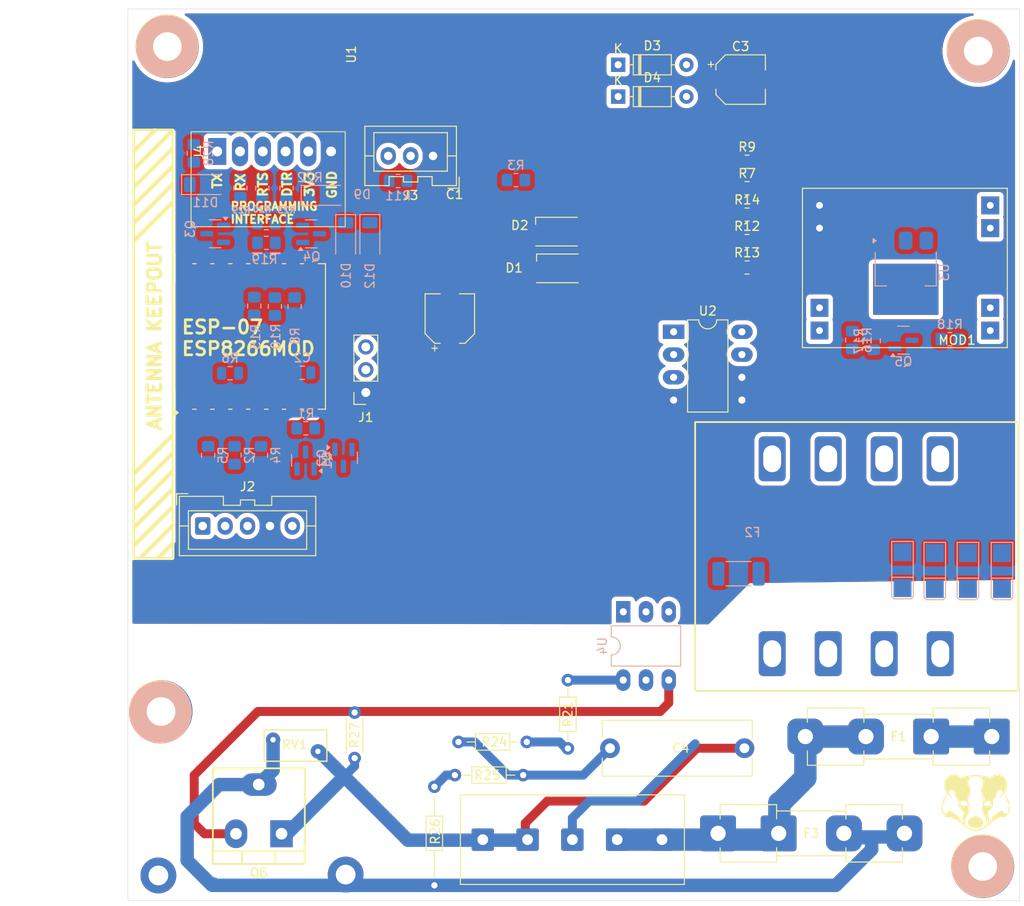
<source format=kicad_pcb>
(kicad_pcb (version 20240108) (generator "pcbnew") (generator_version "8.0")
  (layers (0 "F.Cu" signal) (31 "B.Cu" signal) (34 "B.Paste" user) (35 "F.Paste" user) (36 "B.SilkS" user "B.Silkscreen") (37 "F.SilkS" user "F.Silkscreen") (38 "B.Mask" user) (39 "F.Mask" user) (44 "Edge.Cuts" user))
  (net 0 "")
  (net 1 "GND")
  (net 2 "+5V")
  (net 3 "Net-(D7-A)")
  (net 4 "Net-(D5-K)")
  (net 5 "Net-(C4-Pad1)")
  (net 6 "Net-(J5-Pin_4)")
  (net 7 "Net-(D1-K)")
  (net 8 "Net-(D1-A)")
  (net 9 "Net-(D2-K)")
  (net 10 "Net-(D2-A)")
  (net 11 "Net-(D3-K)")
  (net 12 "Net-(D6-A)")
  (net 13 "Net-(D9-K)")
  (net 14 "Net-(D10-K)")
  (net 15 "Net-(Q6-A2)")
  (net 16 "Net-(J4-Pin_2)")
  (net 17 "Net-(J4-Pin_1)")
  (net 18 "Net-(Q1-B)")
  (net 19 "Net-(Q2-B)")
  (net 20 "Net-(Q3-B)")
  (net 21 "Net-(Q4-B)")
  (net 22 "Net-(Q5-B)")
  (net 23 "Net-(Q5-C)")
  (net 24 "Net-(Q6-G)")
  (net 25 "Net-(U1-EN)")
  (net 26 "Net-(U1-GPIO15)")
  (net 27 "Net-(U2A-+)")
  (net 28 "Net-(U2A--)")
  (net 29 "Net-(R14-Pad2)")
  (net 30 "Net-(R18-Pad1)")
  (net 31 "Net-(R21-Pad1)")
  (net 32 "Net-(R21-Pad2)")
  (net 33 "Net-(R25-Pad1)")
  (net 37 "RST")
  (net 38 "RXD")
  (net 39 "AC_POWER_DRIVE")
  (net 40 "TXD")
  (net 41 "+3V3")
  (net 42 "GPIO0")
  (net 43 "CLK")
  (net 44 "MOSI")
  (net 45 "PUSH_BUTTON_2")
  (net 46 "CS")
  (net 47 "DS18B20")
  (net 48 "PUSH_BUTTON_1")
  (net 49 "DTR")
  (net 50 "RTS")
  (net 51 "AC_SEC_1")
  (net 52 "ZERO_CROSSING_SIGNAL")
  (net 53 "Net-(MOD1-IN+)")
  (net 54 "230V_L")
  (net 55 "Net-(T1-AA)")
  (net 56 "230V_N")
  (footprint "Resistor_SMD:R_0805_2012Metric_Pad1.20x1.40mm_HandSolder" (layer "F.Cu") (at 173.4 52.2)
    (property "Reference" "R9" (at 0 -1.65 0) (layer "F.SilkS"))
    (property "Value" "10k")
    (pad "1" smd roundrect (at -1 0) (size 1.2 1.4) (layers "F.Cu" "F.Paste" "F.Mask") (roundrect_rratio 0.208333) (net 27 "Net-(U2A-+)"))
    (pad "2" smd roundrect (at 1 0) (size 1.2 1.4) (layers "F.Cu" "F.Paste" "F.Mask") (roundrect_rratio 0.208333) (net 11 "Net-(D3-K)"))
  )
  (footprint "Diode_THT:D_DO-35_SOD27_P7.62mm_Horizontal" (layer "F.Cu") (at 159.01 44.93)
    (property "Reference" "D4" (at 3.81 -2.12 0) (layer "F.SilkS"))
    (property "Value" "1N4148")
    (fp_text user "K" (at 0 -1.8 0) (layer "F.SilkS"))
    (pad "1" thru_hole rect (at 0 0) (size 1.6 1.6) (drill 0.8) (layers "*.Cu" "*.Mask") (net 11 "Net-(D3-K)"))
    (pad "2" thru_hole oval (at 7.62 0) (size 1.6 1.6) (drill 0.8) (layers "*.Cu" "*.Mask") (net 51 "AC_SEC_1"))
  )
  (footprint "Varistor:RV_Disc_D7mm_W3.5mm_P5mm" (layer "F.Cu") (at 125.5 118 180)
    (property "Reference" "RV1" (at 2.6 0.75 180) (layer "F.SilkS"))
    (property "Value" "S10K275")
    (pad "1" thru_hole circle (at 0 0 180) (size 1.6 1.6) (drill 0.6) (layers "*.Cu" "*.Mask") (net 6 "Net-(J5-Pin_4)"))
    (pad "2" thru_hole circle (at 5 1.3 180) (size 1.6 1.6) (drill 0.6) (layers "*.Cu" "*.Mask") (net 15 "Net-(Q6-A2)"))
  )
  (footprint "My-Footprints-connectors:Conn-01x06" (layer "F.Cu") (at 114.27 51.05 90)
    (property "Reference" "J4" (at -0.1 -2.02 -90) (layer "F.SilkS"))
    (property "Value" "PROG_INTERFACE")
    (pad "1" thru_hole rect (at 0 0 90) (size 3 2) (drill 1.1) (layers "*.Cu" "*.Mask") (net 17 "Net-(J4-Pin_1)"))
    (pad "2" thru_hole oval (at 0 2.54 90) (size 3.3 1.8) (drill 1.1) (layers "*.Cu" "*.Mask") (net 16 "Net-(J4-Pin_2)"))
    (pad "3" thru_hole oval (at 0 5.08 90) (size 3.3 1.8) (drill 1.1) (layers "*.Cu" "*.Mask") (net 50 "RTS"))
    (pad "4" thru_hole oval (at 0 7.62 90) (size 3.3 1.8) (drill 1.1) (layers "*.Cu" "*.Mask") (net 49 "DTR"))
    (pad "5" thru_hole oval (at 0 10.16 90) (size 3.3 1.8) (drill 1.1) (layers "*.Cu" "*.Mask") (net 41 "+3V3"))
    (pad "6" thru_hole oval (at 0 12.7 90) (size 3.3 1.8) (drill 1.1) (layers "*.Cu" "*.Mask") (net 1 "GND"))
  )
  (footprint "My-Footprints:Fuseholder_Clip-5x20mm_Eaton_1A5601-01_Inline_P20.80x6.76mm_D1.70mm_Horizontal" (layer "F.Cu") (at 190.96 127.15 180)
    (property "Reference" "F3" (at 10.4 0 180) (layer "F.SilkS"))
    (property "Value" "Fuse")
    (pad "1" thru_hole roundrect (at 0 0 180) (size 4 4) (drill 1.7) (layers "*.Cu" "*.Mask") (net 15 "Net-(Q6-A2)"))
    (pad "1" thru_hole roundrect (at 6.76 0 180) (size 4 4) (drill 1.7) (layers "*.Cu" "*.Mask") (net 15 "Net-(Q6-A2)"))
    (pad "2" thru_hole roundrect (at 14.04 0 180) (size 4 4) (drill 1.7) (layers "*.Cu" "*.Mask") (roundrect_rratio 0.09259259259) (net 54 "230V_L"))
    (pad "2" thru_hole roundrect (at 20.8 0 180) (size 4 4) (drill 1.7) (layers "*.Cu" "*.Mask") (roundrect_rratio 0.09259259259) (net 54 "230V_L"))
  )
  (footprint "Connector_JST:JST_XA_B03B-XASK-1_1x03_P2.50mm_Vertical" (layer "F.Cu") (at 138.35 51.55 180)
    (property "Reference" "J3" (at 2.5 -4.4 180) (layer "F.SilkS"))
    (property "Value" "DS18B20")
    (pad "1" thru_hole roundrect (at 0 0 180) (size 1.7 1.95) (drill 0.95) (layers "*.Cu" "*.Mask") (roundrect_rratio 0.147059) (net 1 "GND"))
    (pad "2" thru_hole oval (at 2.5 0 180) (size 1.7 1.95) (drill 0.95) (layers "*.Cu" "*.Mask") (net 47 "DS18B20"))
    (pad "3" thru_hole oval (at 5 0 180) (size 1.7 1.95) (drill 0.95) (layers "*.Cu" "*.Mask") (net 41 "+3V3"))
  )
  (footprint "Resistor_SMD:R_0805_2012Metric_Pad1.20x1.40mm_HandSolder" (layer "F.Cu") (at 173.4 64)
    (property "Reference" "R13" (at 0 -1.65 0) (layer "F.SilkS"))
    (property "Value" "1k")
    (pad "1" smd roundrect (at -1 0) (size 1.2 1.4) (layers "F.Cu" "F.Paste" "F.Mask") (roundrect_rratio 0.208333) (net 28 "Net-(U2A--)"))
    (pad "2" smd roundrect (at 1 0) (size 1.2 1.4) (layers "F.Cu" "F.Paste" "F.Mask") (roundrect_rratio 0.208333) (net 1 "GND"))
  )
  (footprint "Capacitor_SMD:CP_Elec_5x5.7" (layer "F.Cu") (at 172.68 43.03)
    (property "Reference" "C3" (at 0 -3.7 0) (layer "F.SilkS"))
    (property "Value" "470u/16V")
    (pad "1" smd roundrect (at -2.2 0) (size 3 1.6) (layers "F.Cu" "F.Paste" "F.Mask") (roundrect_rratio 0.15625) (net 4 "Net-(D5-K)"))
    (pad "2" smd roundrect (at 2.2 0) (size 3 1.6) (layers "F.Cu" "F.Paste" "F.Mask") (roundrect_rratio 0.15625) (net 3 "Net-(D7-A)"))
  )
  (footprint "RF_Module:ESP-07" (layer "F.Cu") (at 115.625 71.7 90)
    (property "Reference" "U1" (at 31.475 13.6075 -90) (layer "F.SilkS"))
    (property "Value" "ESP-07")
    (pad "1" smd rect (at -7.6 -4.9 90) (size 2.5 1) (layers "F.Cu" "F.Paste" "F.Mask") (net 37 "RST"))
    (pad "2" smd rect (at -7.6 -2.9 90) (size 2.5 1) (layers "F.Cu" "F.Paste" "F.Mask") (net 45 "PUSH_BUTTON_2"))
    (pad "3" smd rect (at -7.6 -0.9 90) (size 2.5 1) (layers "F.Cu" "F.Paste" "F.Mask") (net 25 "Net-(U1-EN)"))
    (pad "4" smd rect (at -7.6 1.1 90) (size 2.5 1) (layers "F.Cu" "F.Paste" "F.Mask") (net 46 "CS"))
    (pad "5" smd rect (at -7.6 3.1 90) (size 2.5 1) (layers "F.Cu" "F.Paste" "F.Mask") (net 43 "CLK"))
    (pad "6" smd rect (at -7.6 5.1 90) (size 2.5 1) (layers "F.Cu" "F.Paste" "F.Mask") (net 52 "ZERO_CROSSING_SIGNAL"))
    (pad "7" smd rect (at -7.6 7.1 90) (size 2.5 1) (layers "F.Cu" "F.Paste" "F.Mask") (net 44 "MOSI"))
    (pad "8" smd rect (at -7.6 9.1 90) (size 2.5 1) (layers "F.Cu" "F.Paste" "F.Mask") (net 41 "+3V3"))
    (pad "9" smd rect (at 7.6 9.1 90) (size 2.5 1) (layers "F.Cu" "F.Paste" "F.Mask") (net 1 "GND"))
    (pad "10" smd rect (at 7.6 7.1 90) (size 2.5 1) (layers "F.Cu" "F.Paste" "F.Mask") (net 26 "Net-(U1-GPIO15)"))
    (pad "11" smd rect (at 7.6 5.1 90) (size 2.5 1) (layers "F.Cu" "F.Paste" "F.Mask") (net 48 "PUSH_BUTTON_1"))
    (pad "12" smd rect (at 7.6 3.1 90) (size 2.5 1) (layers "F.Cu" "F.Paste" "F.Mask") (net 42 "GPIO0"))
    (pad "13" smd rect (at 7.6 1.1 90) (size 2.5 1) (layers "F.Cu" "F.Paste" "F.Mask") (net 39 "AC_POWER_DRIVE"))
    (pad "14" smd rect (at 7.6 -0.9 90) (size 2.5 1) (layers "F.Cu" "F.Paste" "F.Mask") (net 47 "DS18B20"))
    (pad "15" smd rect (at 7.6 -2.9 90) (size 2.5 1) (layers "F.Cu" "F.Paste" "F.Mask") (net 38 "RXD"))
    (pad "16" smd rect (at 7.6 -4.9 90) (size 2.5 1) (layers "F.Cu" "F.Paste" "F.Mask") (net 40 "TXD"))
    (zone (net 0) (net_name "") (layers "*.Cu") (connect_pads (clearance 0)) (min_thickness 0.254)
      (keepout (tracks not_allowed) (vias not_allowed) (pads not_allowed) (copperpour not_allowed) (footprints not_allowed))
      (fill (thermal_gap 0.508) (thermal_bridge_width 0.508))
      (polygon (pts (xy 109.625 94.7) (xy 109.625 48.7) (xy 90.025 48.7) (xy 90.025 94.7)))
    )
  )
  (footprint "Connector_JST:JST_XA_B05B-XASK-1_1x05_P2.50mm_Vertical" (layer "F.Cu") (at 112.65 92.85)
    (property "Reference" "J2" (at 5 -4.4 0) (layer "F.SilkS"))
    (property "Value" "DISPLAY")
    (pad "1" thru_hole roundrect (at 0 0) (size 1.7 1.95) (drill 0.95) (layers "*.Cu" "*.Mask") (roundrect_rratio 0.147059) (net 46 "CS"))
    (pad "2" thru_hole oval (at 2.5 0) (size 1.7 1.95) (drill 0.95) (layers "*.Cu" "*.Mask") (net 43 "CLK"))
    (pad "3" thru_hole oval (at 5 0) (size 1.7 1.95) (drill 0.95) (layers "*.Cu" "*.Mask") (net 44 "MOSI"))
    (pad "4" thru_hole oval (at 7.5 0) (size 1.7 1.95) (drill 0.95) (layers "*.Cu" "*.Mask") (net 1 "GND"))
    (pad "5" thru_hole oval (at 10 0) (size 1.7 1.95) (drill 0.95) (layers "*.Cu" "*.Mask") (net 2 "+5V"))
  )
  (footprint "Capacitor_THT:C_Rect_L16.5mm_W6.0mm_P15.00mm_MKT" (layer "F.Cu") (at 158.1 117.65)
    (property "Reference" "C4" (at 7.9 0 0) (layer "F.SilkS"))
    (property "Value" "22n/250V AC")
    (pad "1" thru_hole circle (at 0 0) (size 2.2 2.2) (drill 1.1) (layers "*.Cu" "*.Mask") (net 5 "Net-(C4-Pad1)"))
    (pad "2" thru_hole circle (at 15 0) (size 2.2 2.2) (drill 1.1) (layers "*.Cu" "*.Mask") (net 6 "Net-(J5-Pin_4)"))
  )
  (footprint "Connector_PinSocket_2.54mm:PinSocket_1x03_P2.54mm_Vertical" (layer "F.Cu") (at 130.85 77.95 180)
    (property "Reference" "J1" (at 0 -2.77 180) (layer "F.SilkS"))
    (property "Value" "PUSH_BUTTON")
    (pad "1" thru_hole rect (at 0 0 180) (size 1.7 1.7) (drill 1) (layers "*.Cu" "*.Mask") (net 1 "GND"))
    (pad "2" thru_hole oval (at 0 2.54 180) (size 1.7 1.7) (drill 1) (layers "*.Cu" "*.Mask") (net 45 "PUSH_BUTTON_2"))
    (pad "3" thru_hole oval (at 0 5.08 180) (size 1.7 1.7) (drill 1) (layers "*.Cu" "*.Mask") (net 48 "PUSH_BUTTON_1"))
  )
  (footprint "Resistor_THT:R_Axial_DIN0204_L3.6mm_D1.6mm_P7.62mm_Horizontal" (layer "F.Cu") (at 138.5 130.95 90)
    (property "Reference" "R26" (at 4 0.1 90) (layer "F.SilkS"))
    (property "Value" "200R")
    (pad "1" thru_hole circle (at -2 0 90) (size 1.4 1.4) (drill 0.7) (layers "*.Cu" "*.Mask") (net 15 "Net-(Q6-A2)"))
    (pad "2" thru_hole oval (at 9 0 90) (size 1.4 1.4) (drill 0.7) (layers "*.Cu" "*.Mask") (net 33 "Net-(R25-Pad1)"))
  )
  (footprint "Resistor_THT:R_Axial_DIN0204_L3.6mm_D1.6mm_P7.62mm_Horizontal" (layer "F.Cu") (at 141.19 116.95)
    (property "Reference" "R24" (at 4.01 0 0) (layer "F.SilkS"))
    (property "Value" "200R")
    (pad "1" thru_hole circle (at 0 0) (size 1.4 1.4) (drill 0.7) (layers "*.Cu" "*.Mask") (net 5 "Net-(C4-Pad1)"))
    (pad "2" thru_hole oval (at 7.62 0) (size 1.4 1.4) (drill 0.7) (layers "*.Cu" "*.Mask") (net 31 "Net-(R21-Pad1)"))
  )
  (footprint "My-Footprints:Transformer TS2-14" (layer "F.Cu") (at 203.6 111.25 180)
    (property "Reference" "T1" (hide yes))
    (property "Value" "Transformer_1P_1S")
    (pad "1" thru_hole roundrect (at 8.65 4.15 180) (size 3 5) (drill oval 2 3) (layers "*.Cu" "*.Mask") (roundrect_rratio 0.1640419948) (net 55 "Net-(T1-AA)"))
    (pad "2" thru_hole roundrect (at 14.9 4.15 180) (size 3 5) (drill oval 2 3) (layers "*.Cu" "*.Mask") (roundrect_rratio 0.1640419948) (net 56 "230V_N"))
    (pad "3" thru_hole roundrect (at 21.15 4.15 180) (size 3 5) (drill oval 2 3) (layers "*.Cu" "*.Mask") (roundrect_rratio 0.1640419948) (net 51 "AC_SEC_1"))
    (pad "4" thru_hole roundrect (at 27.4 4.15 180) (size 3 5) (drill oval 2 3) (layers "*.Cu" "*.Mask") (roundrect_rratio 0.1640419948) (net 51 "AC_SEC_1"))
    (pad "5" thru_hole roundrect (at 8.65 25.9 180) (size 3 5) (drill oval 2 3) (layers "*.Cu" "*.Mask") (roundrect_rratio 0.1640419948))
    (pad "6" thru_hole roundrect (at 14.9 25.9 180) (size 3 5) (drill oval 2 3) (layers "*.Cu" "*.Mask") (roundrect_rratio 0.1640419948))
    (pad "7" thru_hole roundrect (at 21.15 25.9 180) (size 3 5) (drill oval 2 3) (layers "*.Cu" "*.Mask") (roundrect_rratio 0.1640419948))
    (pad "8" thru_hole roundrect (at 27.4 25.9 180) (size 3 5) (drill oval 2 3) (layers "*.Cu" "*.Mask") (roundrect_rratio 0.1640419948))
  )
  (footprint "LED_SMD:LED_PLCC-2_3.4x3.0mm_KA" (layer "F.Cu") (at 152.2 60)
    (property "Reference" "D2" (at -4.175 -0.7 180) (layer "F.SilkS"))
    (property "Value" "LED")
    (pad "1" smd rect (at -1.5 0) (size 1.5 2.6) (layers "F.Cu" "F.Paste" "F.Mask") (net 9 "Net-(D2-K)"))
    (pad "2" smd rect (at 1.5 0) (size 1.5 2.6) (layers "F.Cu" "F.Paste" "F.Mask") (net 10 "Net-(D2-A)"))
  )
  (footprint "My-Footprints-connectors:Screw-Terminal-5.00mm-5pin" (layer "F.Cu") (at 163.9 127.85 180)
    (property "Reference" "J5" (hide yes))
    (property "Value" "Screw_Terminal_01x05")
    (pad "1" thru_hole roundrect (at 0 0 270) (size 2.5 2.5) (drill 1.2) (layers "*.Cu" "*.Mask") (roundrect_rratio 0.125) (net 54 "230V_L"))
    (pad "2" thru_hole roundrect (at 5 0 270) (size 2.5 2.5) (drill 1.2) (layers "*.Cu" "*.Mask") (roundrect_rratio 0.1) (net 54 "230V_L"))
    (pad "3" thru_hole roundrect (at 10 0 270) (size 2.5 2.5) (drill 1.2) (layers "*.Cu" "*.Mask") (roundrect_rratio 0.1) (net 56 "230V_N"))
    (pad "4" thru_hole roundrect (at 15 0 270) (size 2.5 2.5) (drill 1.2) (layers "*.Cu" "*.Mask") (roundrect_rratio 0.1) (net 6 "Net-(J5-Pin_4)"))
    (pad "5" thru_hole roundrect (at 20 0 270) (size 2.5 2.5) (drill 1.2) (layers "*.Cu" "*.Mask") (roundrect_rratio 0.1) (net 6 "Net-(J5-Pin_4)"))
  )
  (footprint "Resistor_THT:R_Axial_DIN0204_L3.6mm_D1.6mm_P5.08mm_Horizontal" (layer "F.Cu") (at 129.6 113.67 -90)
    (property "Reference" "R27" (at 2.54 0 90) (layer "F.SilkS"))
    (property "Value" "390R")
    (pad "1" thru_hole circle (at 0 0 270) (size 1.4 1.4) (drill 0.7) (layers "*.Cu" "*.Mask") (net 24 "Net-(Q6-G)"))
    (pad "2" thru_hole oval (at 5.08 0 270) (size 1.4 1.4) (drill 0.7) (layers "*.Cu" "*.Mask") (net 6 "Net-(J5-Pin_4)"))
  )
  (footprint "Resistor_SMD:R_0805_2012Metric_Pad1.20x1.40mm_HandSolder" (layer "F.Cu") (at 173.4 58.1)
    (property "Reference" "R14" (at 0 -1.65 0) (layer "F.SilkS"))
    (property "Value" "10k")
    (pad "1" smd roundrect (at -1 0) (size 1.2 1.4) (layers "F.Cu" "F.Paste" "F.Mask") (roundrect_rratio 0.208333) (net 52 "ZERO_CROSSING_SIGNAL"))
    (pad "2" smd roundrect (at 1 0) (size 1.2 1.4) (layers "F.Cu" "F.Paste" "F.Mask") (roundrect_rratio 0.208333) (net 29 "Net-(R14-Pad2)"))
  )
  (footprint "Capacitor_SMD:CP_Elec_5x5.7" (layer "F.Cu") (at 140.225 69.7 90)
    (property "Reference" "C1" (at 13.85 0.525 0) (layer "F.SilkS"))
    (property "Value" "470u/6,3V")
    (pad "1" smd roundrect (at -2.2 0 90) (size 3 1.6) (layers "F.Cu" "F.Paste" "F.Mask") (roundrect_rratio 0.15625) (net 41 "+3V3"))
    (pad "2" smd roundrect (at 2.2 0 90) (size 3 1.6) (layers "F.Cu" "F.Paste" "F.Mask") (roundrect_rratio 0.15625) (net 1 "GND"))
  )
  (footprint "Resistor_SMD:R_0805_2012Metric_Pad1.20x1.40mm_HandSolder" (layer "F.Cu") (at 173.4 55.15)
    (property "Reference" "R7" (at 0 -1.65 0) (layer "F.SilkS"))
    (property "Value" "10k")
    (pad "1" smd roundrect (at -1 0) (size 1.2 1.4) (layers "F.Cu" "F.Paste" "F.Mask") (roundrect_rratio 0.208333) (net 11 "Net-(D3-K)"))
    (pad "2" smd roundrect (at 1 0) (size 1.2 1.4) (layers "F.Cu" "F.Paste" "F.Mask") (roundrect_rratio 0.208333) (net 1 "GND"))
  )
  (footprint "graphic:honeybadger2" (layer "F.Cu") (at 198.9 123.75)
    (property "Reference" "G***" (hide yes))
    (property "Value" "LOGO" (hide yes))
  )
  (footprint "My-Footprints-converters-modules:MP1504_Mini_3A_Step_Down_Conv" (layer "F.Cu") (at 202.435 72.945 180)
    (property "Reference" "MOD1" (at 5.605 0.845 0) (layer "F.SilkS"))
    (property "Value" "LM2596-Step-Down")
    (pad "1" thru_hole rect (at 1.905 13.335 180) (size 2 2) (drill 0.762) (layers "*.Cu" "*.Mask") (net 3 "Net-(D7-A)"))
    (pad "1" thru_hole rect (at 1.905 15.875 180) (size 2 2) (drill 0.762) (layers "*.Cu" "*.Mask") (net 3 "Net-(D7-A)"))
    (pad "2" thru_hole rect (at 1.905 1.905 180) (size 2 2) (drill 0.762) (layers "*.Cu" "*.Mask") (net 53 "Net-(MOD1-IN+)"))
    (pad "2" thru_hole rect (at 1.905 4.445 180) (size 2 2) (drill 0.762) (layers "*.Cu" "*.Mask") (net 53 "Net-(MOD1-IN+)"))
    (pad "3" thru_hole rect (at 20.955 13.335 180) (size 2 2) (drill 0.762) (layers "*.Cu" "*.Mask") (net 1 "GND"))
    (pad "3" thru_hole rect (at 20.955 15.875 180) (size 2 2) (drill 0.762) (layers "*.Cu" "*.Mask") (net 1 "GND"))
    (pad "4" thru_hole rect (at 20.955 1.905 180) (size 2 2) (drill 0.762) (layers "*.Cu" "*.Mask") (net 2 "+5V"))
    (pad "4" thru_hole rect (at 20.955 4.445 180) (size 2 2) (drill 0.762) (layers "*.Cu" "*.Mask") (net 2 "+5V"))
  )
  (footprint "Package_DIP:DIP-8_W7.62mm_LongPads" (layer "F.Cu") (at 165.2 71.18)
    (property "Reference" "U2" (at 3.81 -2.33 0) (layer "F.SilkS"))
    (property "Value" "LM393")
    (pad "1" thru_hole rect (at 0 0) (size 2.4 1.6) (drill 0.8) (layers "*.Cu" "*.Mask") (net 29 "Net-(R14-Pad2)"))
    (pad "2" thru_hole oval (at 0 2.54) (size 2.4 1.6) (drill 0.8) (layers "*.Cu" "*.Mask") (net 28 "Net-(U2A--)"))
    (pad "3" thru_hole oval (at 0 5.08) (size 2.4 1.6) (drill 0.8) (layers "*.Cu" "*.Mask") (net 27 "Net-(U2A-+)"))
    (pad "4" thru_hole oval (at 0 7.62) (size 2.4 1.6) (drill 0.8) (layers "*.Cu" "*.Mask") (net 1 "GND"))
    (pad "5" thru_hole oval (at 7.62 7.62) (size 2.4 1.6) (drill 0.8) (layers "*.Cu" "*.Mask") (net 1 "GND"))
    (pad "6" thru_hole oval (at 7.62 5.08) (size 2.4 1.6) (drill 0.8) (layers "*.Cu" "*.Mask") (net 1 "GND"))
    (pad "7" thru_hole oval (at 7.62 2.54) (size 2.4 1.6) (drill 0.8) (layers "*.Cu" "*.Mask"))
    (pad "8" thru_hole oval (at 7.62 0) (size 2.4 1.6) (drill 0.8) (layers "*.Cu" "*.Mask") (net 41 "+3V3"))
  )
  (footprint "LED_SMD:LED_PLCC-2_3.4x3.0mm_KA" (layer "F.Cu") (at 152.3 64.1)
    (property "Reference" "D1" (at -4.9 -0.05 180) (layer "F.SilkS"))
    (property "Value" "LED")
    (pad "1" smd rect (at -1.5 0) (size 1.5 2.6) (layers "F.Cu" "F.Paste" "F.Mask") (net 7 "Net-(D1-K)"))
    (pad "2" smd rect (at 1.5 0) (size 1.5 2.6) (layers "F.Cu" "F.Paste" "F.Mask") (net 8 "Net-(D1-A)"))
  )
  (footprint "Resistor_SMD:R_0805_2012Metric_Pad1.20x1.40mm_HandSolder" (layer "F.Cu") (at 173.4 61.05)
    (property "Reference" "R12" (at 0 -1.65 0) (layer "F.SilkS"))
    (property "Value" "33k")
    (pad "1" smd roundrect (at -1 0) (size 1.2 1.4) (layers "F.Cu" "F.Paste" "F.Mask") (roundrect_rratio 0.208333) (net 41 "+3V3"))
    (pad "2" smd roundrect (at 1 0) (size 1.2 1.4) (layers "F.Cu" "F.Paste" "F.Mask") (roundrect_rratio 0.208333) (net 28 "Net-(U2A--)"))
  )
  (footprint "Diode_THT:D_DO-35_SOD27_P7.62mm_Horizontal" (layer "F.Cu") (at 159.01 41.38)
    (property "Reference" "D3" (at 3.81 -2.12 0) (layer "F.SilkS"))
    (property "Value" "1N4148")
    (fp_text user "K" (at 0 -1.8 0) (layer "F.SilkS"))
    (pad "1" thru_hole rect (at 0 0) (size 1.6 1.6) (drill 0.8) (layers "*.Cu" "*.Mask") (net 11 "Net-(D3-K)"))
    (pad "2" thru_hole oval (at 7.62 0) (size 1.6 1.6) (drill 0.8) (layers "*.Cu" "*.Mask") (net 51 "AC_SEC_1"))
  )
  (footprint "Resistor_THT:R_Axial_DIN0204_L3.6mm_D1.6mm_P7.62mm_Horizontal" (layer "F.Cu") (at 153.4 117.67 90)
    (property "Reference" "R21" (at 3.81 0 -90) (layer "F.SilkS"))
    (property "Value" "200R")
    (pad "1" thru_hole circle (at 0 0 90) (size 1.4 1.4) (drill 0.7) (layers "*.Cu" "*.Mask") (net 31 "Net-(R21-Pad1)"))
    (pad "2" thru_hole oval (at 7.62 0 90) (size 1.4 1.4) (drill 0.7) (layers "*.Cu" "*.Mask") (net 32 "Net-(R21-Pad2)"))
  )
  (footprint "Resistor_THT:R_Axial_DIN0204_L3.6mm_D1.6mm_P7.62mm_Horizontal" (layer "F.Cu") (at 140.79 120.65)
    (property "Reference" "R25" (at 3.62 0 0) (layer "F.SilkS"))
    (property "Value" "200R")
    (pad "1" thru_hole circle (at 0 0) (size 1.4 1.4) (drill 0.7) (layers "*.Cu" "*.Mask") (net 33 "Net-(R25-Pad1)"))
    (pad "2" thru_hole oval (at 7.62 0) (size 1.4 1.4) (drill 0.7) (layers "*.Cu" "*.Mask") (net 5 "Net-(C4-Pad1)"))
  )
  (footprint "My-Footprints:TO-220-3_V_Wide_Legs" (layer "F.Cu") (at 121.44 127.293466 180)
    (property "Reference" "Q6" (at 2.54 -4.27 180) (layer "F.SilkS"))
    (property "Value" "BT139-600")
    (pad "1" thru_hole rect (at 0 0.1 180) (size 2.5 3) (drill 1.3) (layers "*.Cu" "*.Mask") (net 6 "Net-(J5-Pin_4)"))
    (pad "2" thru_hole oval (at 2.54 5.588 180) (size 4 2.5) (drill 1.3) (layers "*.Cu" "*.Mask") (net 15 "Net-(Q6-A2)"))
    (pad "3" thru_hole oval (at 5.08 0.1 180) (size 2.5 3.2) (drill 1.3) (layers "*.Cu" "*.Mask") (net 24 "Net-(Q6-G)"))
  )
  (footprint "My-Footprints:Fuseholder_Clip-5x20mm_Eaton_1A5601-01_Inline_P20.80x6.76mm_D1.70mm_Horizontal" (layer "F.Cu") (at 179.9 116.35)
    (property "Reference" "F1" (at 10.4 0 0) (layer "F.SilkS"))
    (property "Value" "Fuse")
    (pad "1" thru_hole roundrect (at 0 0) (size 4 4) (drill 1.7) (layers "*.Cu" "*.Mask") (net 54 "230V_L"))
    (pad "1" thru_hole roundrect (at 6.76 0) (size 4 4) (drill 1.7) (layers "*.Cu" "*.Mask") (net 54 "230V_L"))
    (pad "2" thru_hole roundrect (at 14.04 0) (size 4 4) (drill 1.7) (layers "*.Cu" "*.Mask") (roundrect_rratio 0.09259259259) (net 55 "Net-(T1-AA)"))
    (pad "2" thru_hole roundrect (at 20.8 0) (size 4 4) (drill 1.7) (layers "*.Cu" "*.Mask") (roundrect_rratio 0.09259259259) (net 55 "Net-(T1-AA)"))
  )
  (footprint "My-Footprints-orw-els:DO-213AB_1-mediana" (layer "B.Cu") (at 201.8425 97.875 90)
    (property "Reference" "D7" (hide yes))
    (property "Value" "1N4007" (hide yes))
    (pad "1" smd rect (at 2 0 90) (size 2 2) (layers "B.Cu" "B.Paste" "B.Mask") (net 12 "Net-(D6-A)"))
    (pad "2" smd rect (at -2 0 90) (size 2 2) (layers "B.Cu" "B.Paste" "B.Mask") (net 3 "Net-(D7-A)"))
  )
  (footprint "Resistor_SMD:R_0805_2012Metric_Pad1.20x1.40mm_HandSolder" (layer "B.Cu") (at 119.75 59.05)
    (property "Reference" "R19" (at -0.2 4.05 0) (layer "B.SilkS") (effects (justify mirror)))
    (property "Value" "10k")
    (pad "1" smd roundrect (at -1 0) (size 1.2 1.4) (layers "B.Cu" "B.Paste" "B.Mask") (roundrect_rratio 0.208333) (net 20 "Net-(Q3-B)"))
    (pad "2" smd roundrect (at 1 0) (size 1.2 1.4) (layers "B.Cu" "B.Paste" "B.Mask") (roundrect_rratio 0.208333) (net 13 "Net-(D9-K)"))
  )
  (footprint "Resistor_SMD:R_0805_2012Metric_Pad1.20x1.40mm_HandSolder" (layer "B.Cu") (at 113.25 84.95 90)
    (property "Reference" "R5" (at 0 1.65 -90) (layer "B.SilkS") (effects (justify mirror)))
    (property "Value" "220R")
    (pad "1" smd roundrect (at -1 0 90) (size 1.2 1.4) (layers "B.Cu" "B.Paste" "B.Mask") (roundrect_rratio 0.208333) (net 1 "GND"))
    (pad "2" smd roundrect (at 1 0 90) (size 1.2 1.4) (layers "B.Cu" "B.Paste" "B.Mask") (roundrect_rratio 0.208333) (net 9 "Net-(D2-K)"))
  )
  (footprint "My-Footprints-orw-els:DO-213AB_1-mediana" (layer "B.Cu") (at 194.3425 97.875 90)
    (property "Reference" "D5" (hide yes))
    (property "Value" "1N4007" (hide yes))
    (pad "1" smd rect (at 2 0 90) (size 2 2) (layers "B.Cu" "B.Paste" "B.Mask") (net 4 "Net-(D5-K)"))
    (pad "2" smd rect (at -2 0 90) (size 2 2) (layers "B.Cu" "B.Paste" "B.Mask") (net 51 "AC_SEC_1"))
  )
  (footprint "Resistor_SMD:R_0805_2012Metric_Pad1.20x1.40mm_HandSolder" (layer "B.Cu") (at 119.75 61.25 180)
    (property "Reference" "R20" (at 0.5 3.75 180) (layer "B.SilkS") (effects (font (size 0.7 0.7)) (justify mirror)))
    (property "Value" "10k")
    (pad "1" smd roundrect (at -1 0 180) (size 1.2 1.4) (layers "B.Cu" "B.Paste" "B.Mask") (roundrect_rratio 0.208333) (net 21 "Net-(Q4-B)"))
    (pad "2" smd roundrect (at 1 0 180) (size 1.2 1.4) (layers "B.Cu" "B.Paste" "B.Mask") (roundrect_rratio 0.208333) (net 14 "Net-(D10-K)"))
  )
  (footprint "My-Footprints-orw-els:DO-213AB_1-mediana" (layer "B.Cu") (at 198.0425 97.875 90)
    (property "Reference" "D8" (hide yes))
    (property "Value" "1N4007" (hide yes))
    (pad "1" smd rect (at 2 0 90) (size 2 2) (layers "B.Cu" "B.Paste" "B.Mask") (net 51 "AC_SEC_1"))
    (pad "2" smd rect (at -2 0 90) (size 2 2) (layers "B.Cu" "B.Paste" "B.Mask") (net 3 "Net-(D7-A)"))
  )
  (footprint "Resistor_SMD:R_0805_2012Metric_Pad1.20x1.40mm_HandSolder" (layer "B.Cu") (at 147.6 54.25 180)
    (property "Reference" "R3" (at 0 1.65 180) (layer "B.SilkS") (effects (justify mirror)))
    (property "Value" "10k")
    (pad "1" smd roundrect (at -1 0 180) (size 1.2 1.4) (layers "B.Cu" "B.Paste" "B.Mask") (roundrect_rratio 0.208333) (net 45 "PUSH_BUTTON_2"))
    (pad "2" smd roundrect (at 1 0 180) (size 1.2 1.4) (layers "B.Cu" "B.Paste" "B.Mask") (roundrect_rratio 0.208333) (net 41 "+3V3"))
  )
  (footprint "Fuse:Fuse_2010_5025Metric" (layer "B.Cu") (at 172.4425 98.175 180)
    (property "Reference" "F2" (at -1.55 4.61 180) (layer "B.SilkS") (effects (justify mirror)))
    (property "Value" "300mA")
    (pad "1" smd roundrect (at -2.25 0 180) (size 1.35 2.65) (layers "B.Cu" "B.Paste" "B.Mask") (roundrect_rratio 0.185185) (net 4 "Net-(D5-K)"))
    (pad "2" smd roundrect (at 2.25 0 180) (size 1.35 2.65) (layers "B.Cu" "B.Paste" "B.Mask") (roundrect_rratio 0.185185) (net 53 "Net-(MOD1-IN+)"))
  )
  (footprint "Diode_SMD:D_MiniMELF" (layer "B.Cu") (at 128.6 60.75 -90)
    (property "Reference" "D10" (at 4.15 -0.05 90) (layer "B.SilkS") (effects (justify mirror)))
    (property "Value" "3V3")
    (pad "1" smd roundrect (at -1.75 0 270) (size 1.3 1.7) (layers "B.Cu" "B.Paste" "B.Mask") (roundrect_rratio 0.1923076923) (net 14 "Net-(D10-K)"))
    (pad "2" smd roundrect (at 1.75 0 270) (size 1.3 1.7) (layers "B.Cu" "B.Paste" "B.Mask") (roundrect_rratio 0.1923076923) (net 1 "GND"))
  )
  (footprint "Package_TO_SOT_SMD:SOT-23" (layer "B.Cu") (at 128.35 85.25 -90)
    (property "Reference" "Q2" (at 0 2.4 90) (layer "B.SilkS") (effects (justify mirror)))
    (property "Value" "BC807")
    (pad "1" smd roundrect (at -0.9375 0.95 270) (size 1.475 0.6) (layers "B.Cu" "B.Paste" "B.Mask") (net 19 "Net-(Q2-B)"))
    (pad "2" smd roundrect (at -0.9375 -0.95 270) (size 1.475 0.6) (layers "B.Cu" "B.Paste" "B.Mask") (net 41 "+3V3"))
    (pad "3" smd roundrect (at 0.9375 0 270) (size 1.475 0.6) (layers "B.Cu" "B.Paste" "B.Mask") (net 10 "Net-(D2-A)"))
  )
  (footprint "Capacitor_SMD:C_0805_2012Metric" (layer "B.Cu") (at 123.75 75.75 180)
    (property "Reference" "C2" (at 0 1.68 180) (layer "B.SilkS") (effects (justify mirror)))
    (property "Value" "100n")
    (pad "1" smd roundrect (at -0.95 0 180) (size 1 1.45) (layers "B.Cu" "B.Paste" "B.Mask") (net 41 "+3V3"))
    (pad "2" smd roundrect (at 0.95 0 180) (size 1 1.45) (layers "B.Cu" "B.Paste" "B.Mask") (net 1 "GND"))
  )
  (footprint "My-Footprints-orw-els:DO-213AB_1-mediana" (layer "B.Cu") (at 190.7425 97.775 90)
    (property "Reference" "D6" (hide yes))
    (property "Value" "1N4007" (hide yes))
    (pad "1" smd rect (at 2 0 90) (size 2 2) (layers "B.Cu" "B.Paste" "B.Mask") (net 4 "Net-(D5-K)"))
    (pad "2" smd rect (at -2 0 90) (size 2 2) (layers "B.Cu" "B.Paste" "B.Mask") (net 12 "Net-(D6-A)"))
  )
  (footprint "Resistor_SMD:R_0805_2012Metric_Pad1.20x1.40mm_HandSolder" (layer "B.Cu") (at 118.4 68.3 90)
    (property "Reference" "R15" (at -3.45 0.15 -90) (layer "B.SilkS") (effects (justify mirror)))
    (property "Value" "10k")
    (pad "1" smd roundrect (at -1 0 90) (size 1.2 1.4) (layers "B.Cu" "B.Paste" "B.Mask") (roundrect_rratio 0.208333) (net 41 "+3V3"))
    (pad "2" smd roundrect (at 1 0 90) (size 1.2 1.4) (layers "B.Cu" "B.Paste" "B.Mask") (roundrect_rratio 0.208333) (net 42 "GPIO0"))
  )
  (footprint "Resistor_SMD:R_0805_2012Metric_Pad1.20x1.40mm_HandSolder" (layer "B.Cu") (at 185.13 72.1 90)
    (property "Reference" "R16" (at 0 1.65 -90) (layer "B.SilkS") (effects (justify mirror)))
    (property "Value" "10k")
    (pad "1" smd roundrect (at -1 0 90) (size 1.2 1.4) (layers "B.Cu" "B.Paste" "B.Mask") (roundrect_rratio 0.208333) (net 39 "AC_POWER_DRIVE"))
    (pad "2" smd roundrect (at 1 0 90) (size 1.2 1.4) (layers "B.Cu" "B.Paste" "B.Mask") (roundrect_rratio 0.208333) (net 22 "Net-(Q5-B)"))
  )
  (footprint "Resistor_SMD:R_0805_2012Metric_Pad1.20x1.40mm_HandSolder" (layer "B.Cu") (at 187.53 72.2 -90)
    (property "Reference" "R17" (at 0 1.65 90) (layer "B.SilkS") (effects (justify mirror)))
    (property "Value" "47k")
    (pad "1" smd roundrect (at -1 0 270) (size 1.2 1.4) (layers "B.Cu" "B.Paste" "B.Mask") (roundrect_rratio 0.208333) (net 1 "GND"))
    (pad "2" smd roundrect (at 1 0 270) (size 1.2 1.4) (layers "B.Cu" "B.Paste" "B.Mask") (roundrect_rratio 0.208333) (net 22 "Net-(Q5-B)"))
  )
  (footprint "Package_TO_SOT_SMD:SOT-23" (layer "B.Cu") (at 124.125 85.5375 90)
    (property "Reference" "Q1" (at 0 2.4 -90) (layer "B.SilkS") (effects (justify mirror)))
    (property "Value" "BC807")
    (pad "1" smd roundrect (at -0.9375 0.95 90) (size 1.475 0.6) (layers "B.Cu" "B.Paste" "B.Mask") (net 18 "Net-(Q1-B)"))
    (pad "2" smd roundrect (at -0.9375 -0.95 90) (size 1.475 0.6) (layers "B.Cu" "B.Paste" "B.Mask") (net 41 "+3V3"))
    (pad "3" smd roundrect (at 0.9375 0 90) (size 1.475 0.6) (layers "B.Cu" "B.Paste" "B.Mask") (net 8 "Net-(D1-A)"))
  )
  (footprint "Package_TO_SOT_SMD:SOT-223-3_TabPin2" (layer "B.Cu") (at 191.1 64.15 -90)
    (property "Reference" "U3" (at 0.387499 -4.312501 90) (layer "B.SilkS") (effects (justify mirror)))
    (property "Value" "AMS1117-3.3")
    (pad "1" smd roundrect (at -3.15 2.3 270) (size 2 1.5) (layers "B.Cu" "B.Paste" "B.Mask") (net 1 "GND"))
    (pad "2" smd roundrect (at -3.15 0 270) (size 2 1.5) (layers "B.Cu" "B.Paste" "B.Mask") (net 41 "+3V3"))
    (pad "2" smd roundrect (at 3.15 0 270) (size 2 3.8) (layers "B.Cu" "B.Paste" "B.Mask") (net 41 "+3V3"))
    (pad "3" smd roundrect (at -3.15 -2.3 270) (size 2 1.5) (layers "B.Cu" "B.Paste" "B.Mask") (net 2 "+5V"))
  )
  (footprint "Resistor_SMD:R_0805_2012Metric_Pad1.20x1.40mm_HandSolder" (layer "B.Cu") (at 116.2 84.95 90)
    (property "Reference" "R2" (at 0 1.65 -90) (layer "B.SilkS") (effects (justify mirror)))
    (property "Value" "10K")
    (pad "1" smd roundrect (at -1 0 90) (size 1.2 1.4) (layers "B.Cu" "B.Paste" "B.Mask") (roundrect_rratio 0.208333) (net 19 "Net-(Q2-B)"))
    (pad "2" smd roundrect (at 1 0 90) (size 1.2 1.4) (layers "B.Cu" "B.Paste" "B.Mask") (roundrect_rratio 0.208333) (net 38 "RXD"))
  )
  (footprint "Resistor_SMD:R_0805_2012Metric_Pad1.20x1.40mm_HandSolder" (layer "B.Cu") (at 124.15 81.95 180)
    (property "Reference" "R1" (at 0 1.65 180) (layer "B.SilkS") (effects (justify mirror)))
    (property "Value" "10K")
    (pad "1" smd roundrect (at -1 0 180) (size 1.2 1.4) (layers "B.Cu" "B.Paste" "B.Mask") (roundrect_rratio 0.208333) (net 18 "Net-(Q1-B)"))
    (pad "2" smd roundrect (at 1 0 180) (size 1.2 1.4) (layers "B.Cu" "B.Paste" "B.Mask") (roundrect_rratio 0.208333) (net 40 "TXD"))
  )
  (footprint "Package_DIP:DIP-6_W7.62mm_LongPads" (layer "B.Cu") (at 159.575 102.425 -90)
    (property "Reference" "U4" (at 3.81 2.33 90) (layer "B.SilkS") (effects (justify mirror)))
    (property "Value" "MOC3033M")
    (pad "1" thru_hole rect (at 0 0 270) (size 2.4 1.6) (drill 0.8) (layers "*.Cu" "*.Mask") (net 41 "+3V3"))
    (pad "2" thru_hole oval (at 0 -2.54 270) (size 2.4 1.6) (drill 0.8) (layers "*.Cu" "*.Mask") (net 30 "Net-(R18-Pad1)"))
    (pad "3" thru_hole oval (at 0 -5.08 270) (size 2.4 1.6) (drill 0.8) (layers "*.Cu" "*.Mask"))
    (pad "4" thru_hole oval (at 7.62 -5.08 270) (size 2.4 1.6) (drill 0.8) (layers "*.Cu" "*.Mask") (net 24 "Net-(Q6-G)"))
    (pad "5" thru_hole oval (at 7.62 -2.54 270) (size 2.4 1.6) (drill 0.8) (layers "*.Cu" "*.Mask"))
    (pad "6" thru_hole oval (at 7.62 0 270) (size 2.4 1.6) (drill 0.8) (layers "*.Cu" "*.Mask") (net 32 "Net-(R21-Pad2)"))
  )
  (footprint "Package_TO_SOT_SMD:SOT-23" (layer "B.Cu") (at 190.8425 72.1125)
    (property "Reference" "Q5" (at 0 2.4 0) (layer "B.SilkS") (effects (justify mirror)))
    (property "Value" "BC817")
    (pad "1" smd roundrect (at -0.9375 0.95) (size 1.475 0.6) (layers "B.Cu" "B.Paste" "B.Mask") (net 22 "Net-(Q5-B)"))
    (pad "2" smd roundrect (at -0.9375 -0.95) (size 1.475 0.6) (layers "B.Cu" "B.Paste" "B.Mask") (net 1 "GND"))
    (pad "3" smd roundrect (at 0.9375 0) (size 1.475 0.6) (layers "B.Cu" "B.Paste" "B.Mask") (net 23 "Net-(Q5-C)"))
  )
  (footprint "Package_TO_SOT_SMD:SOT-23" (layer "B.Cu") (at 114.0375 60.2375 180)
    (property "Reference" "Q3" (at 2.7875 0.5375 -90) (layer "B.SilkS") (effects (justify mirror)))
    (property "Value" "BC817")
    (pad "1" smd roundrect (at -0.9375 0.95 180) (size 1.475 0.6) (layers "B.Cu" "B.Paste" "B.Mask") (net 20 "Net-(Q3-B)"))
    (pad "2" smd roundrect (at -0.9375 -0.95 180) (size 1.475 0.6) (layers "B.Cu" "B.Paste" "B.Mask") (net 14 "Net-(D10-K)"))
    (pad "3" smd roundrect (at 0.9375 0 180) (size 1.475 0.6) (layers "B.Cu" "B.Paste" "B.Mask") (net 37 "RST"))
  )
  (footprint "Resistor_SMD:R_0805_2012Metric_Pad1.20x1.40mm_HandSolder" (layer "B.Cu") (at 111.65 51.25 90)
    (property "Reference" "R28" (at 0 1.65 -90) (layer "B.SilkS") (effects (justify mirror)))
    (property "Value" "1k")
    (pad "1" smd roundrect (at -1 0 90) (size 1.2 1.4) (layers "B.Cu" "B.Paste" "B.Mask") (roundrect_rratio 0.208333) (net 40 "TXD"))
    (pad "2" smd roundrect (at 1 0 90) (size 1.2 1.4) (layers "B.Cu" "B.Paste" "B.Mask") (roundrect_rratio 0.208333) (net 17 "Net-(J4-Pin_1)"))
  )
  (footprint "Resistor_SMD:R_0805_2012Metric_Pad1.20x1.40mm_HandSolder" (layer "B.Cu") (at 122 55.15 90)
    (property "Reference" "R22" (at 1.2 2.6 0) (layer "B.SilkS") (effects (justify mirror)))
    (property "Value" "560R")
    (pad "1" smd roundrect (at -1 0 90) (size 1.2 1.4) (layers "B.Cu" "B.Paste" "B.Mask") (roundrect_rratio 0.208333) (net 13 "Net-(D9-K)"))
    (pad "2" smd roundrect (at 1 0 90) (size 1.2 1.4) (layers "B.Cu" "B.Paste" "B.Mask") (roundrect_rratio 0.208333) (net 49 "DTR"))
  )
  (footprint "Resistor_SMD:R_0805_2012Metric_Pad1.20x1.40mm_HandSolder" (layer "B.Cu") (at 119.3 55.15 90)
    (property "Reference" "R23" (at -2.45 2.7 0) (layer "B.SilkS") (effects (font (size 0.7 0.7)) (justify mirror)))
    (property "Value" "560R")
    (pad "1" smd roundrect (at -1 0 90) (size 1.2 1.4) (layers "B.Cu" "B.Paste" "B.Mask") (roundrect_rratio 0.208333) (net 14 "Net-(D10-K)"))
    (pad "2" smd roundrect (at 1 0 90) (size 1.2 1.4) (layers "B.Cu" "B.Paste" "B.Mask") (roundrect_rratio 0.208333) (net 50 "RTS"))
  )
  (footprint "Diode_SMD:D_MiniMELF" (layer "B.Cu") (at 131.3 60.75 -90)
    (property "Reference" "D12" (at 4.2 0 90) (layer "B.SilkS") (effects (justify mirror)))
    (property "Value" "3V3")
    (pad "1" smd roundrect (at -1.75 0 270) (size 1.3 1.7) (layers "B.Cu" "B.Paste" "B.Mask") (roundrect_rratio 0.1923076923) (net 38 "RXD"))
    (pad "2" smd roundrect (at 1.75 0 270) (size 1.3 1.7) (layers "B.Cu" "B.Paste" "B.Mask") (roundrect_rratio 0.1923076923) (net 1 "GND"))
  )
  (footprint "Resistor_SMD:R_0805_2012Metric_Pad1.20x1.40mm_HandSolder" (layer "B.Cu") (at 134.45 54.35)
    (property "Reference" "R11" (at 0 1.65 0) (layer "B.SilkS") (effects (justify mirror)))
    (property "Value" "10k")
    (pad "1" smd roundrect (at -1 0) (size 1.2 1.4) (layers "B.Cu" "B.Paste" "B.Mask") (roundrect_rratio 0.208333) (net 41 "+3V3"))
    (pad "2" smd roundrect (at 1 0) (size 1.2 1.4) (layers "B.Cu" "B.Paste" "B.Mask") (roundrect_rratio 0.208333) (net 47 "DS18B20"))
  )
  (footprint "Package_TO_SOT_SMD:SOT-23" (layer "B.Cu") (at 124.75 60.25)
    (property "Reference" "Q4" (at 0.05 2.55 0) (layer "B.SilkS") (effects (justify mirror)))
    (property "Value" "BC817")
    (pad "1" smd roundrect (at -0.9375 0.95) (size 1.475 0.6) (layers "B.Cu" "B.Paste" "B.Mask") (net 21 "Net-(Q4-B)"))
    (pad "2" smd roundrect (at -0.9375 -0.95) (size 1.475 0.6) (layers "B.Cu" "B.Paste" "B.Mask") (net 13 "Net-(D9-K)"))
    (pad "3" smd roundrect (at 0.9375 0) (size 1.475 0.6) (layers "B.Cu" "B.Paste" "B.Mask") (net 42 "GPIO0"))
  )
  (footprint "Diode_SMD:D_MiniMELF" (layer "B.Cu") (at 126.3 55.95)
    (property "Reference" "D9" (at 4.15 -0.1 0) (layer "B.SilkS") (effects (justify mirror)))
    (property "Value" "3V3")
    (pad "1" smd roundrect (at -1.75 0) (size 1.3 1.7) (layers "B.Cu" "B.Paste" "B.Mask") (roundrect_rratio 0.1923076923) (net 13 "Net-(D9-K)"))
    (pad "2" smd roundrect (at 1.75 0) (size 1.3 1.7) (layers "B.Cu" "B.Paste" "B.Mask") (roundrect_rratio 0.1923076923) (net 1 "GND"))
  )
  (footprint "Resistor_SMD:R_0805_2012Metric_Pad1.20x1.40mm_HandSolder" (layer "B.Cu") (at 119.15 84.95 90)
    (property "Reference" "R4" (at 0 1.65 -90) (layer "B.SilkS") (effects (justify mirror)))
    (property "Value" "220R")
    (pad "1" smd roundrect (at -1 0 90) (size 1.2 1.4) (layers "B.Cu" "B.Paste" "B.Mask") (roundrect_rratio 0.208333) (net 1 "GND"))
    (pad "2" smd roundrect (at 1 0 90) (size 1.2 1.4) (layers "B.Cu" "B.Paste" "B.Mask") (roundrect_rratio 0.208333) (net 7 "Net-(D1-K)"))
  )
  (footprint "Resistor_SMD:R_0805_2012Metric_Pad1.20x1.40mm_HandSolder" (layer "B.Cu") (at 196.03 72 180)
    (property "Reference" "R18" (at 0 1.65 180) (layer "B.SilkS") (effects (justify mirror)))
    (property "Value" "47R")
    (pad "1" smd roundrect (at -1 0 180) (size 1.2 1.4) (layers "B.Cu" "B.Paste" "B.Mask") (roundrect_rratio 0.208333) (net 30 "Net-(R18-Pad1)"))
    (pad "2" smd roundrect (at 1 0 180) (size 1.2 1.4) (layers "B.Cu" "B.Paste" "B.Mask") (roundrect_rratio 0.208333) (net 23 "Net-(Q5-C)"))
  )
  (footprint "Capacitor_SMD:C_0805_2012Metric" (layer "B.Cu") (at 115.7 75.8 180)
    (property "Reference" "R6" (at 0 1.68 180) (layer "B.SilkS") (effects (justify mirror)))
    (property "Value" "10k")
    (pad "1" smd roundrect (at -0.95 0 180) (size 1 1.45) (layers "B.Cu" "B.Paste" "B.Mask") (net 41 "+3V3"))
    (pad "2" smd roundrect (at 0.95 0 180) (size 1 1.45) (layers "B.Cu" "B.Paste" "B.Mask") (net 25 "Net-(U1-EN)"))
  )
  (footprint "Diode_SMD:D_MiniMELF" (layer "B.Cu") (at 112.95 54.75)
    (property "Reference" "D11" (at 0 2 0) (layer "B.SilkS") (effects (justify mirror)))
    (property "Value" "3V3")
    (pad "1" smd roundrect (at -1.75 0) (size 1.3 1.7) (layers "B.Cu" "B.Paste" "B.Mask") (roundrect_rratio 0.1923076923) (net 40 "TXD"))
    (pad "2" smd roundrect (at 1.75 0) (size 1.3 1.7) (layers "B.Cu" "B.Paste" "B.Mask") (roundrect_rratio 0.1923076923) (net 1 "GND"))
  )
  (footprint "Resistor_SMD:R_0805_2012Metric_Pad1.20x1.40mm_HandSolder" (layer "B.Cu") (at 120.7 68.35 -90)
    (property "Reference" "R10" (at 3.35 -0.1 90) (layer "B.SilkS") (effects (justify mirror)))
    (property "Value" "10k")
    (pad "1" smd roundrect (at -1 0 270) (size 1.2 1.4) (layers "B.Cu" "B.Paste" "B.Mask") (roundrect_rratio 0.208333) (net 48 "PUSH_BUTTON_1"))
    (pad "2" smd roundrect (at 1 0 270) (size 1.2 1.4) (layers "B.Cu" "B.Paste" "B.Mask") (roundrect_rratio 0.208333) (net 41 "+3V3"))
  )
  (footprint "Resistor_SMD:R_0805_2012Metric_Pad1.20x1.40mm_HandSolder" (layer "B.Cu") (at 116.85 55.15 90)
    (property "Reference" "R29" (at -2.45 0.1 0) (layer "B.SilkS") (effects (font (size 0.7 0.7)) (justify mirror)))
    (property "Value" "1k")
    (pad "1" smd roundrect (at -1 0 90) (size 1.2 1.4) (layers "B.Cu" "B.Paste" "B.Mask") (roundrect_rratio 0.208333) (net 38 "RXD"))
    (pad "2" smd roundrect (at 1 0 90) (size 1.2 1.4) (layers "B.Cu" "B.Paste" "B.Mask") (roundrect_rratio 0.208333) (net 16 "Net-(J4-Pin_2)"))
  )
  (footprint "Resistor_SMD:R_0805_2012Metric_Pad1.20x1.40mm_HandSolder" (layer "B.Cu") (at 122.9 68.35 -90)
    (property "Reference" "R8" (at 3.3 -0.05 90) (layer "B.SilkS") (effects (justify mirror)))
    (property "Value" "10k")
    (pad "1" smd roundrect (at -1 0 270) (size 1.2 1.4) (layers "B.Cu" "B.Paste" "B.Mask") (roundrect_rratio 0.208333) (net 26 "Net-(U1-GPIO15)"))
    (pad "2" smd roundrect (at 1 0 270) (size 1.2 1.4) (layers "B.Cu" "B.Paste" "B.Mask") (roundrect_rratio 0.208333) (net 1 "GND"))
  )
  (gr_rect (start 187.5625 63.6875) (end 194.6625 69.1875) (stroke (width 0.2)) (fill solid) (layer "F.Cu") (net 41))
  (gr_rect (start 187.5625 63.6875) (end 194.6625 69.1875) (stroke (width 0.2)) (fill solid) (layer "B.Cu") (net 41))
  (gr_circle (center 107.92 113.63) (end 111.37 113.63) (stroke (width 0.1)) (fill solid) (layer "B.SilkS"))
  (gr_circle (center 199.67 130.83) (end 203.12 130.83) (stroke (width 0.1)) (fill solid) (layer "B.SilkS"))
  (gr_circle (center 199.17 39.83) (end 202.62 39.83) (stroke (width 0.1)) (fill solid) (layer "B.SilkS"))
  (gr_circle (center 108.67 39.33) (end 112.12 39.33) (stroke (width 0.1)) (fill solid) (layer "B.SilkS"))
  (gr_line (start 109.212563 52.787437) (end 105.07 56.93) (stroke (width 0.5)) (layer "F.SilkS"))
  (gr_line (start 109.212563 84.787437) (end 105.07 88.93) (stroke (width 0.5)) (layer "F.SilkS"))
  (gr_line (start 109.30077 92.79923) (end 105.797693 96.302307) (stroke (width 0.5)) (layer "F.SilkS"))
  (gr_line (start 109.262308 94.837692) (end 107.75 96.35) (stroke (width 0.5)) (layer "F.SilkS"))
  (gr_rect (start 104.95 48.65) (end 109.35 96.45) (stroke (width 0.3)) (fill none) (layer "F.SilkS"))
  (gr_line (start 109.212563 56.787437) (end 105.07 60.93) (stroke (width 0.5)) (layer "F.SilkS"))
  (gr_line (start 109.212563 50.787437) (end 105.07 54.93) (stroke (width 0.5)) (layer "F.SilkS"))
  (gr_line (start 109.212563 54.787437) (end 105.07 58.93) (stroke (width 0.5)) (layer "F.SilkS"))
  (gr_circle (center 107.9 113.55) (end 111.35 113.55) (stroke (width 0.1)) (fill solid) (layer "F.SilkS"))
  (gr_circle (center 199.15 39.75) (end 202.6 39.75) (stroke (width 0.1)) (fill solid) (layer "F.SilkS"))
  (gr_circle (center 108.65 39.25) (end 112.1 39.25) (stroke (width 0.1)) (fill solid) (layer "F.SilkS"))
  (gr_line (start 107.285384 48.714616) (end 105.059872 50.940128) (stroke (width 0.5)) (layer "F.SilkS"))
  (gr_line (start 109.212563 86.787437) (end 105.07 90.93) (stroke (width 0.5)) (layer "F.SilkS"))
  (gr_line (start 109.212563 90.787437) (end 105.054615 94.945385) (stroke (width 0.5)) (layer "F.SilkS"))
  (gr_circle (center 199.65 130.75) (end 203.1 130.75) (stroke (width 0.1)) (fill solid) (layer "F.SilkS"))
  (gr_line (start 109.212563 82.787437) (end 105.07 86.93) (stroke (width 0.5)) (layer "F.SilkS"))
  (gr_line (start 109.212563 88.787437) (end 105.07 92.93) (stroke (width 0.5)) (layer "F.SilkS"))
  (gr_rect (start 111.35 48.85) (end 128.55 59.45) (stroke (width 0.1)) (fill none) (layer "F.SilkS"))
  (gr_line (start 109.212563 48.787437) (end 105.07 52.93) (stroke (width 0.5)) (layer "F.SilkS"))
  (gr_rect (start 104.3 35.15) (end 203.8 134.65) (stroke (width 0.05)) (fill none) (layer "Edge.Cuts"))
  (gr_text "ANTENNA KEEPOUT" (at 108.15 82.35 90) (layer "F.SilkS") (effects (font (size 1.5 1.5) (thickness 0.375) (bold yes)) (justify left bottom)))
  (gr_text "RTS" (at 119.95 56.25 90) (layer "F.SilkS") (effects (font (size 1 1) (thickness 0.25) (bold yes)) (justify left bottom)))
  (gr_text "GND" (at 127.65 56.45 90) (layer "F.SilkS") (effects (font (size 1 1) (thickness 0.25) (bold yes)) (justify left bottom)))
  (gr_text "DTR" (at 122.65 56.25 90) (layer "F.SilkS") (effects (font (size 1 1) (thickness 0.25) (bold yes)) (justify left bottom)))
  (gr_text "RX" (at 117.45 55.65 90) (layer "F.SilkS") (effects (font (size 1 1) (thickness 0.25) (bold yes)) (justify left bottom)))
  (gr_text "ESP-07\nESP8266MOD" (at 110.15 73.95 0) (layer "F.SilkS") (effects (font (size 1.5 1.5) (thickness 0.3) (bold yes)) (justify left bottom)))
  (gr_text "TX" (at 114.85 55.35 90) (layer "F.SilkS") (effects (font (size 1 1) (thickness 0.25) (bold yes)) (justify left bottom)))
  (gr_text "PROGRAMMING\nINTERFACE" (at 115.65 59.15 0) (layer "F.SilkS") (effects (font (size 0.9 0.9) (thickness 0.225) (bold yes)) (justify left bottom)))
  (gr_text "3V3\n" (at 125.15 56.25 90) (layer "F.SilkS") (effects (font (size 1 1) (thickness 0.25) (bold yes)) (justify left bottom)))
  (via (at 107.7 131.85) (size 4) (drill 2.2) (layers "F.Cu" "B.Cu") (net 0))
  (via (at 108.7 39.35) (size 7) (drill 3.2) (layers "F.Cu" "B.Cu") (net 0))
  (via (at 108 113.55) (size 7) (drill 3.2) (layers "F.Cu" "B.Cu") (net 0))
  (via (at 199.2 39.85) (size 7) (drill 3.2) (layers "F.Cu" "B.Cu") (net 0))
  (via (at 199.7 130.85) (size 7) (drill 3.2) (layers "F.Cu" "B.Cu") (net 0))
  (segment (start 143 116.95) (end 146.7 120.65) (width 1) (layer "B.Cu") (net 5))
  (segment (start 141.19 116.95) (end 143 116.95) (width 1) (layer "B.Cu") (net 5))
  (segment (start 155.1 120.65) (end 158.1 117.65) (width 1) (layer "B.Cu") (net 5))
  (segment (start 148.92 120.65) (end 155.1 120.65) (width 1) (layer "B.Cu") (net 5))
  (segment (start 146.7 120.65) (end 148.92 120.65) (width 1) (layer "B.Cu") (net 5))
  (segment (start 148.65 126) (end 148.65 127.85) (width 1) (layer "F.Cu") (net 6))
  (segment (start 161.9 123.55) (end 151.1 123.55) (width 1) (layer "F.Cu") (net 6))
  (segment (start 173.1 117.65) (end 167.8 117.65) (width 1) (layer "F.Cu") (net 6))
  (segment (start 151.1 123.55) (end 148.65 126) (width 1) (layer "F.Cu") (net 6))
  (segment (start 167.8 117.65) (end 161.9 123.55) (width 1) (layer "F.Cu") (net 6))
  (segment (start 128.443267 120.806733) (end 129.6 119.65) (width 1) (layer "B.Cu") (net 6))
  (segment (start 128.443267 120.806733) (end 122.056534 127.193466) (width 1.5) (layer "B.Cu") (net 6))
  (segment (start 148.34 127.91) (end 148.4 127.85) (width 1.5) (layer "B.Cu") (net 6))
  (segment (start 122.056534 127.193466) (end 121.44 127.193466) (width 1.5) (layer "B.Cu") (net 6))
  (segment (start 125.636534 118) (end 125.5 118) (width 1.5) (layer "B.Cu") (net 6))
  (segment (start 128.443267 120.806733) (end 125.636534 118) (width 1.5) (layer "B.Cu") (net 6))
  (segment (start 128.443267 120.806733) (end 135.546534 127.91) (width 1.5) (layer "B.Cu") (net 6))
  (segment (start 135.546534 127.91) (end 148.34 127.91) (width 1.5) (layer "B.Cu") (net 6))
  (segment (start 129.6 119.65) (end 129.6 118.75) (width 1) (layer "B.Cu") (net 6))
  (via (at 128.6 131.75) (size 4) (drill 2.2) (layers "F.Cu" "B.Cu") (net 15))
  (segment (start 184.3 127.65) (end 187.3 127.65) (width 1.5) (layer "B.Cu") (net 15))
  (segment (start 183.3 132.95) (end 138.5 132.95) (width 1.5) (layer "B.Cu") (net 15))
  (segment (start 184.2 127.55) (end 190.96 127.55) (width 1.5) (layer "B.Cu") (net 15))
  (segment (start 187.3 127.65) (end 187.3 128.95) (width 1.5) (layer "B.Cu") (net 15))
  (segment (start 120.5 116.7) (end 120.5 120.105466) (width 1.5) (layer "B.Cu") (net 15))
  (segment (start 113.988359 132.95) (end 113.837446 132.799087) (width 1.5) (layer "B.Cu") (net 15))
  (segment (start 138.5 132.95) (end 113.988359 132.95) (width 1.5) (layer "B.Cu") (net 15))
  (segment (start 187.3 128.95) (end 183.3 132.95) (width 1.5) (layer "B.Cu") (net 15))
  (segment (start 110.91 130.173466) (end 112.71 131.973466) (width 1.5) (layer "B.Cu") (net 15))
  (segment (start 120.5 120.105466) (end 118.9 121.705466) (width 1.5) (layer "B.Cu") (net 15))
  (segment (start 112.71 131.973466) (end 113.686534 132.95) (width 1.5) (layer "B.Cu") (net 15))
  (segment (start 110.91 125.273466) (end 110.91 130.173466) (width 1.5) (layer "B.Cu") (net 15))
  (segment (start 184.2 127.55) (end 184.3 127.65) (width 1.5) (layer "B.Cu") (net 15))
  (segment (start 118.9 121.705466) (end 114.478 121.705466) (width 1.5) (layer "B.Cu") (net 15))
  (segment (start 118.9 121.705466) (end 117.620932 121.705466) (width 1.5) (layer "B.Cu") (net 15))
  (segment (start 114.478 121.705466) (end 110.91 125.273466) (width 1.5) (layer "B.Cu") (net 15))
  (segment (start 112.843466 127.193466) (end 116.19 127.193466) (width 1) (layer "F.Cu") (net 24))
  (segment (start 118.8 113.55) (end 111.7 120.65) (width 1) (layer "F.Cu") (net 24))
  (segment (start 163.7 113.55) (end 164.655 112.595) (width 1) (layer "F.Cu") (net 24))
  (segment (start 164.655 110.045) (end 164.655 112.595) (width 1) (layer "F.Cu") (net 24))
  (segment (start 163.7 113.55) (end 118.8 113.55) (width 1) (layer "F.Cu") (net 24))
  (segment (start 111.7 126.05) (end 112.843466 127.193466) (width 1) (layer "F.Cu") (net 24))
  (segment (start 111.7 120.65) (end 111.7 126.05) (width 1) (layer "F.Cu") (net 24))
  (segment (start 148.81 116.95) (end 152.48 116.95) (width 1) (layer "B.Cu") (net 31))
  (segment (start 152.48 116.95) (end 153.39 117.86) (width 1) (layer "B.Cu") (net 31))
  (segment (start 153.585 110.045) (end 153.39 110.24) (width 1) (layer "B.Cu") (net 32))
  (segment (start 159.575 110.045) (end 153.585 110.045) (width 1) (layer "B.Cu") (net 32))
  (segment (start 139.8 120.65) (end 138.5 121.95) (width 1) (layer "B.Cu") (net 33))
  (segment (start 140.79 120.65) (end 139.8 120.65) (width 1) (layer "B.Cu") (net 33))
  (segment (start 179.9 116.35) (end 186.66 116.35) (width 2.5) (layer "B.Cu") (net 54))
  (segment (start 176.22 127.85) (end 176.92 127.15) (width 2.5) (layer "B.Cu") (net 54))
  (segment (start 179.9 120.95) (end 179.9 116.35) (width 2.5) (layer "B.Cu") (net 54))
  (segment (start 177 127.07) (end 177 123.75) (width 2.5) (layer "B.Cu") (net 54))
  (segment (start 177 123.75) (end 177.1 123.75) (width 2.5) (layer "B.Cu") (net 54))
  (segment (start 176.92 127.15) (end 177 127.07) (width 2.5) (layer "B.Cu") (net 54))
  (segment (start 177.1 123.75) (end 179.9 120.95) (width 2.5) (layer "B.Cu") (net 54))
  (segment (start 158.9 127.85) (end 176.22 127.85) (width 2.5) (layer "B.Cu") (net 54))
  (segment (start 193.94 116.35) (end 200.7 116.35) (width 2.5) (layer "B.Cu") (net 55))
  (segment (start 153.9 125.425379) (end 155.78769 123.537689) (width 1) (layer "B.Cu") (net 56))
  (segment (start 155.78769 123.537689) (end 161.212311 123.537689) (width 1) (layer "B.Cu") (net 56))
  (segment (start 161.212311 123.537689) (end 167.6 117.15) (width 1) (layer "B.Cu") (net 56))
  (segment (start 153.9 127.85) (end 153.9 125.425379) (width 1) (layer "B.Cu") (net 56))
  (zone (net 1) (net_name "GND") (layers "F&B.Cu") (connect_pads yes (clearance 0.5)) (min_thickness 0.25) (fill yes (thermal_gap 0.5) (thermal_bridge_width 0.5))
    (polygon (pts (xy 103.3 135.15) (xy 204.3 135.15) (xy 204.3 34.15) (xy 103.3 34.15)))
  )
  (zone (net 0) (net_name "") (layers "F&B.Cu") (connect_pads (clearance 0)) (min_thickness 0.25)
    (keepout (tracks not_allowed) (vias not_allowed) (pads not_allowed) (copperpour not_allowed) (footprints allowed))
    (fill (thermal_gap 0.5) (thermal_bridge_width 0.5))
    (polygon (pts (xy 109.35 48.65) (xy 104.95 48.65) (xy 104.95 96.65) (xy 109.35 96.65) (xy 109.35 48.924874) (xy 109.212563 48.787437)))
  )
  (zone (net 0) (net_name "") (layers "F&B.Cu") (connect_pads (clearance 0)) (min_thickness 0.25)
    (keepout (tracks allowed) (vias allowed) (pads allowed) (copperpour not_allowed) (footprints allowed))
    (fill (thermal_gap 0.5) (thermal_bridge_width 0.5))
    (polygon (pts (xy 129.079203 135.25) (xy 104.1 135.03807) (xy 104.1 103.75) (xy 169.100035 103.815196) (xy 173.696387 99.220585) (xy 203.8 98.85) (xy 203.983141 135.25)))
  )
)
</source>
